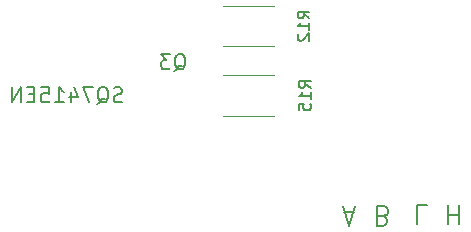
<source format=gbr>
%TF.GenerationSoftware,KiCad,Pcbnew,(5.99.0-12980-gcf6acae791)*%
%TF.CreationDate,2022-01-10T14:37:02+01:00*%
%TF.ProjectId,GRIPPER_TWO_ADVANCED_CONTROL_BOARD,47524950-5045-4525-9f54-574f5f414456,rev?*%
%TF.SameCoordinates,Original*%
%TF.FileFunction,Legend,Bot*%
%TF.FilePolarity,Positive*%
%FSLAX46Y46*%
G04 Gerber Fmt 4.6, Leading zero omitted, Abs format (unit mm)*
G04 Created by KiCad (PCBNEW (5.99.0-12980-gcf6acae791)) date 2022-01-10 14:37:02*
%MOMM*%
%LPD*%
G01*
G04 APERTURE LIST*
%ADD10C,0.142240*%
%ADD11C,0.150000*%
%ADD12C,0.120000*%
G04 APERTURE END LIST*
D10*
X166504029Y-124145253D02*
X167282962Y-124145253D01*
X166348242Y-123677893D02*
X166893496Y-125313653D01*
X167438749Y-123677893D01*
X169775549Y-124534720D02*
X170009229Y-124456826D01*
X170087122Y-124378933D01*
X170165016Y-124223146D01*
X170165016Y-123989466D01*
X170087122Y-123833680D01*
X170009229Y-123755786D01*
X169853442Y-123677893D01*
X169230296Y-123677893D01*
X169230296Y-125313653D01*
X169775549Y-125313653D01*
X169931336Y-125235760D01*
X170009229Y-125157866D01*
X170087122Y-125002080D01*
X170087122Y-124846293D01*
X170009229Y-124690506D01*
X169931336Y-124612613D01*
X169775549Y-124534720D01*
X169230296Y-124534720D01*
X173460856Y-123577893D02*
X172681922Y-123577893D01*
X172681922Y-125213653D01*
X175252402Y-123577893D02*
X175252402Y-125213653D01*
X175252402Y-124434720D02*
X176187122Y-124434720D01*
X176187122Y-123577893D02*
X176187122Y-125213653D01*
D11*
%TO.C,Q3*%
X152120952Y-112195476D02*
X152241904Y-112135000D01*
X152362857Y-112014047D01*
X152544285Y-111832619D01*
X152665238Y-111772142D01*
X152786190Y-111772142D01*
X152725714Y-112074523D02*
X152846666Y-112014047D01*
X152967619Y-111893095D01*
X153028095Y-111651190D01*
X153028095Y-111227857D01*
X152967619Y-110985952D01*
X152846666Y-110865000D01*
X152725714Y-110804523D01*
X152483809Y-110804523D01*
X152362857Y-110865000D01*
X152241904Y-110985952D01*
X152181428Y-111227857D01*
X152181428Y-111651190D01*
X152241904Y-111893095D01*
X152362857Y-112014047D01*
X152483809Y-112074523D01*
X152725714Y-112074523D01*
X151758095Y-110804523D02*
X150971904Y-110804523D01*
X151395238Y-111288333D01*
X151213809Y-111288333D01*
X151092857Y-111348809D01*
X151032380Y-111409285D01*
X150971904Y-111530238D01*
X150971904Y-111832619D01*
X151032380Y-111953571D01*
X151092857Y-112014047D01*
X151213809Y-112074523D01*
X151576666Y-112074523D01*
X151697619Y-112014047D01*
X151758095Y-111953571D01*
X147686904Y-114814047D02*
X147505476Y-114874523D01*
X147203095Y-114874523D01*
X147082142Y-114814047D01*
X147021666Y-114753571D01*
X146961190Y-114632619D01*
X146961190Y-114511666D01*
X147021666Y-114390714D01*
X147082142Y-114330238D01*
X147203095Y-114269761D01*
X147445000Y-114209285D01*
X147565952Y-114148809D01*
X147626428Y-114088333D01*
X147686904Y-113967380D01*
X147686904Y-113846428D01*
X147626428Y-113725476D01*
X147565952Y-113665000D01*
X147445000Y-113604523D01*
X147142619Y-113604523D01*
X146961190Y-113665000D01*
X145570238Y-114995476D02*
X145691190Y-114935000D01*
X145812142Y-114814047D01*
X145993571Y-114632619D01*
X146114523Y-114572142D01*
X146235476Y-114572142D01*
X146175000Y-114874523D02*
X146295952Y-114814047D01*
X146416904Y-114693095D01*
X146477380Y-114451190D01*
X146477380Y-114027857D01*
X146416904Y-113785952D01*
X146295952Y-113665000D01*
X146175000Y-113604523D01*
X145933095Y-113604523D01*
X145812142Y-113665000D01*
X145691190Y-113785952D01*
X145630714Y-114027857D01*
X145630714Y-114451190D01*
X145691190Y-114693095D01*
X145812142Y-114814047D01*
X145933095Y-114874523D01*
X146175000Y-114874523D01*
X145207380Y-113604523D02*
X144360714Y-113604523D01*
X144905000Y-114874523D01*
X143332619Y-114027857D02*
X143332619Y-114874523D01*
X143635000Y-113544047D02*
X143937380Y-114451190D01*
X143151190Y-114451190D01*
X142002142Y-114874523D02*
X142727857Y-114874523D01*
X142365000Y-114874523D02*
X142365000Y-113604523D01*
X142485952Y-113785952D01*
X142606904Y-113906904D01*
X142727857Y-113967380D01*
X140853095Y-113604523D02*
X141457857Y-113604523D01*
X141518333Y-114209285D01*
X141457857Y-114148809D01*
X141336904Y-114088333D01*
X141034523Y-114088333D01*
X140913571Y-114148809D01*
X140853095Y-114209285D01*
X140792619Y-114330238D01*
X140792619Y-114632619D01*
X140853095Y-114753571D01*
X140913571Y-114814047D01*
X141034523Y-114874523D01*
X141336904Y-114874523D01*
X141457857Y-114814047D01*
X141518333Y-114753571D01*
X140248333Y-114209285D02*
X139825000Y-114209285D01*
X139643571Y-114874523D02*
X140248333Y-114874523D01*
X140248333Y-113604523D01*
X139643571Y-113604523D01*
X139099285Y-114874523D02*
X139099285Y-113604523D01*
X138373571Y-114874523D01*
X138373571Y-113604523D01*
%TO.C,R12*%
X163552380Y-107757142D02*
X163076190Y-107423809D01*
X163552380Y-107185714D02*
X162552380Y-107185714D01*
X162552380Y-107566666D01*
X162600000Y-107661904D01*
X162647619Y-107709523D01*
X162742857Y-107757142D01*
X162885714Y-107757142D01*
X162980952Y-107709523D01*
X163028571Y-107661904D01*
X163076190Y-107566666D01*
X163076190Y-107185714D01*
X163552380Y-108709523D02*
X163552380Y-108138095D01*
X163552380Y-108423809D02*
X162552380Y-108423809D01*
X162695238Y-108328571D01*
X162790476Y-108233333D01*
X162838095Y-108138095D01*
X162647619Y-109090476D02*
X162600000Y-109138095D01*
X162552380Y-109233333D01*
X162552380Y-109471428D01*
X162600000Y-109566666D01*
X162647619Y-109614285D01*
X162742857Y-109661904D01*
X162838095Y-109661904D01*
X162980952Y-109614285D01*
X163552380Y-109042857D01*
X163552380Y-109661904D01*
%TO.C,R15*%
X163652380Y-113657142D02*
X163176190Y-113323809D01*
X163652380Y-113085714D02*
X162652380Y-113085714D01*
X162652380Y-113466666D01*
X162700000Y-113561904D01*
X162747619Y-113609523D01*
X162842857Y-113657142D01*
X162985714Y-113657142D01*
X163080952Y-113609523D01*
X163128571Y-113561904D01*
X163176190Y-113466666D01*
X163176190Y-113085714D01*
X163652380Y-114609523D02*
X163652380Y-114038095D01*
X163652380Y-114323809D02*
X162652380Y-114323809D01*
X162795238Y-114228571D01*
X162890476Y-114133333D01*
X162938095Y-114038095D01*
X162652380Y-115514285D02*
X162652380Y-115038095D01*
X163128571Y-114990476D01*
X163080952Y-115038095D01*
X163033333Y-115133333D01*
X163033333Y-115371428D01*
X163080952Y-115466666D01*
X163128571Y-115514285D01*
X163223809Y-115561904D01*
X163461904Y-115561904D01*
X163557142Y-115514285D01*
X163604761Y-115466666D01*
X163652380Y-115371428D01*
X163652380Y-115133333D01*
X163604761Y-115038095D01*
X163557142Y-114990476D01*
D12*
%TO.C,R12*%
X160577064Y-110110000D02*
X156222936Y-110110000D01*
X160577064Y-106690000D02*
X156222936Y-106690000D01*
%TO.C,R15*%
X160577064Y-116010000D02*
X156222936Y-116010000D01*
X160577064Y-112590000D02*
X156222936Y-112590000D01*
%TD*%
M02*

</source>
